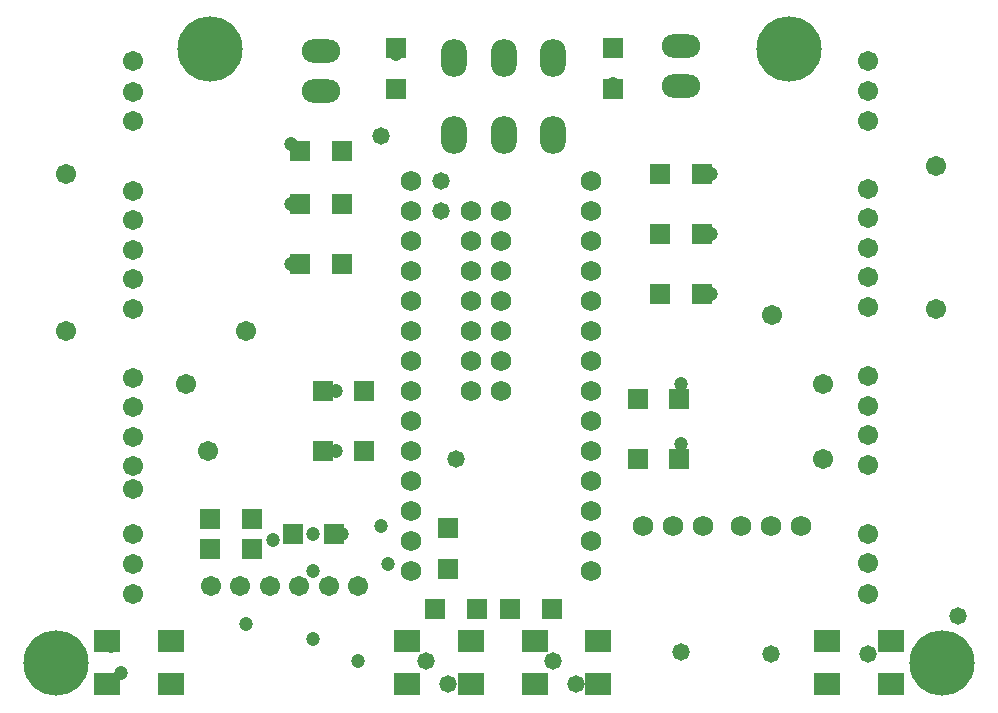
<source format=gts>
G04 Layer_Color=8388736*
%FSLAX25Y25*%
%MOIN*%
G70*
G01*
G75*
%ADD34R,0.06706X0.06706*%
%ADD35R,0.06706X0.06706*%
%ADD36R,0.08674X0.07493*%
%ADD37O,0.12800X0.07800*%
%ADD38C,0.06706*%
%ADD39C,0.21745*%
%ADD40C,0.06800*%
%ADD41O,0.08674X0.12611*%
%ADD42C,0.04737*%
%ADD43C,0.05800*%
D34*
X90610Y55000D02*
D03*
X104390D02*
D03*
X63110Y60000D02*
D03*
X76890D02*
D03*
X63110Y50000D02*
D03*
X76890D02*
D03*
X163110Y30000D02*
D03*
X176890D02*
D03*
X138110D02*
D03*
X151890D02*
D03*
X93110Y182500D02*
D03*
X106890D02*
D03*
X226890Y175000D02*
D03*
X213110D02*
D03*
X100610Y82500D02*
D03*
X114390D02*
D03*
X100610Y102500D02*
D03*
X114390D02*
D03*
X219390Y100000D02*
D03*
X205610D02*
D03*
X219390Y80000D02*
D03*
X205610D02*
D03*
X93110Y145000D02*
D03*
X106890D02*
D03*
X93110Y165000D02*
D03*
X106890D02*
D03*
X226890Y155000D02*
D03*
X213110D02*
D03*
X226890Y135000D02*
D03*
X213110D02*
D03*
D35*
X125000Y203110D02*
D03*
Y216890D02*
D03*
X197500D02*
D03*
Y203110D02*
D03*
X142500Y43110D02*
D03*
Y56890D02*
D03*
D36*
X50000Y5000D02*
D03*
Y19173D02*
D03*
X28740D02*
D03*
Y5000D02*
D03*
X150000D02*
D03*
Y19173D02*
D03*
X128740D02*
D03*
Y5000D02*
D03*
X192500D02*
D03*
Y19173D02*
D03*
X171240D02*
D03*
Y5000D02*
D03*
X290000D02*
D03*
Y19173D02*
D03*
X268740D02*
D03*
Y5000D02*
D03*
D37*
X100000Y202500D02*
D03*
Y215886D02*
D03*
X220000Y217500D02*
D03*
Y204114D02*
D03*
D38*
X282500Y45158D02*
D03*
Y55000D02*
D03*
Y35000D02*
D03*
X73130Y37500D02*
D03*
X82972D02*
D03*
X92815D02*
D03*
X112500D02*
D03*
X102657D02*
D03*
X63287D02*
D03*
X37500Y87343D02*
D03*
Y77500D02*
D03*
Y97185D02*
D03*
Y107028D02*
D03*
X282500Y97658D02*
D03*
Y107500D02*
D03*
Y87815D02*
D03*
Y77972D02*
D03*
X37500Y202343D02*
D03*
Y192500D02*
D03*
Y212500D02*
D03*
Y139842D02*
D03*
Y130000D02*
D03*
Y149685D02*
D03*
Y159528D02*
D03*
Y169370D02*
D03*
X282500Y202658D02*
D03*
Y212500D02*
D03*
Y192500D02*
D03*
Y160158D02*
D03*
Y170000D02*
D03*
Y150315D02*
D03*
Y140472D02*
D03*
Y130630D02*
D03*
X37500Y44842D02*
D03*
Y35000D02*
D03*
Y55000D02*
D03*
X62500Y82500D02*
D03*
X37500Y70000D02*
D03*
X267500Y105000D02*
D03*
X75000Y122500D02*
D03*
X250500Y128000D02*
D03*
X15000Y122500D02*
D03*
Y175000D02*
D03*
X305000Y130000D02*
D03*
Y177500D02*
D03*
X267500Y80000D02*
D03*
X55000Y105000D02*
D03*
D39*
X11811Y11811D02*
D03*
X307087D02*
D03*
X62992Y216535D02*
D03*
X255906D02*
D03*
D40*
X207500Y57500D02*
D03*
X217500D02*
D03*
X227500D02*
D03*
X240000D02*
D03*
X250000D02*
D03*
X260000D02*
D03*
X190000Y52500D02*
D03*
Y62500D02*
D03*
Y72500D02*
D03*
Y82500D02*
D03*
Y92500D02*
D03*
Y102500D02*
D03*
Y112500D02*
D03*
Y122500D02*
D03*
Y132500D02*
D03*
Y142500D02*
D03*
Y152500D02*
D03*
Y162500D02*
D03*
Y172500D02*
D03*
X130000D02*
D03*
Y162500D02*
D03*
Y152500D02*
D03*
Y142500D02*
D03*
Y132500D02*
D03*
Y122500D02*
D03*
Y112500D02*
D03*
Y102500D02*
D03*
Y92500D02*
D03*
Y82500D02*
D03*
Y72500D02*
D03*
X160000Y122500D02*
D03*
Y132500D02*
D03*
Y142500D02*
D03*
Y152500D02*
D03*
Y162500D02*
D03*
X150000D02*
D03*
Y152500D02*
D03*
Y142500D02*
D03*
Y132500D02*
D03*
Y122500D02*
D03*
X160000Y102500D02*
D03*
X150000D02*
D03*
Y112500D02*
D03*
X160000D02*
D03*
X130000Y62500D02*
D03*
Y52500D02*
D03*
Y42500D02*
D03*
X190000D02*
D03*
D41*
X144429Y213622D02*
D03*
X160965D02*
D03*
X177500D02*
D03*
X144429Y188031D02*
D03*
X160965D02*
D03*
X177500D02*
D03*
D42*
X220000Y105000D02*
D03*
Y85000D02*
D03*
X97500Y20000D02*
D03*
Y55000D02*
D03*
Y42500D02*
D03*
X122500Y45000D02*
D03*
X120000Y57500D02*
D03*
X197500Y205000D02*
D03*
X125000Y215000D02*
D03*
X112500Y12500D02*
D03*
X75000Y25000D02*
D03*
X30000Y17500D02*
D03*
X105000Y82500D02*
D03*
Y102500D02*
D03*
X90000Y145000D02*
D03*
Y165000D02*
D03*
Y185000D02*
D03*
X230000Y175000D02*
D03*
Y155000D02*
D03*
Y135000D02*
D03*
X107000Y55000D02*
D03*
X84000Y53000D02*
D03*
X33500Y8500D02*
D03*
D43*
X250000Y15000D02*
D03*
X140000Y162500D02*
D03*
Y172500D02*
D03*
X120000Y187500D02*
D03*
X177500Y12500D02*
D03*
X220000Y15500D02*
D03*
X145000Y80000D02*
D03*
X312500Y27500D02*
D03*
X282500Y15000D02*
D03*
X185000Y5000D02*
D03*
X142500D02*
D03*
X135000Y12500D02*
D03*
M02*

</source>
